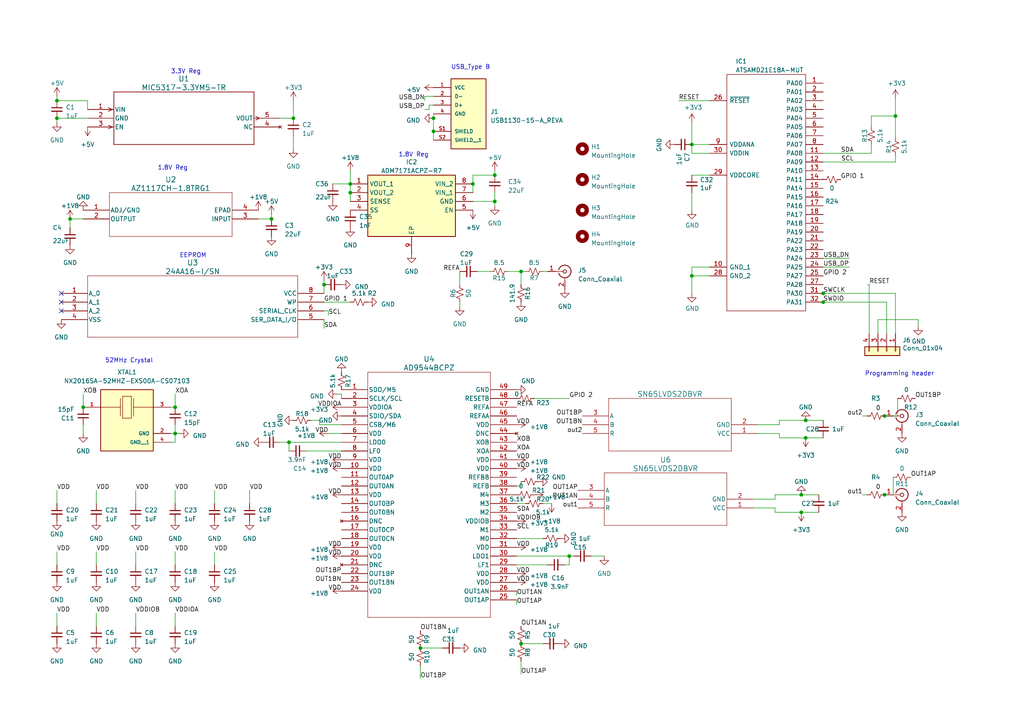
<source format=kicad_sch>
(kicad_sch (version 20230121) (generator eeschema)
  (paper "A4")
  (junction (at 85.09 34.29))
  (junction (at 151.13 78.74))
  (junction (at 50.8 125.73))
  (junction (at 125.73 38.1))
  (junction (at 125.73 34.29))
  (junction (at 101.6 53.34))
  (junction (at 151.13 186.69))
  (junction (at 50.8 118.11))
  (junction (at 143.51 58.42))
  (junction (at 78.74 63.5))
  (junction (at 256.54 120.65))
  (junction (at 256.54 143.51))
  (junction (at 93.98 82.55))
  (junction (at 233.68 121.92))
  (junction (at 24.13 118.11))
  (junction (at 200.66 80.01))
  (junction (at 232.41 143.51))
  (junction (at 16.51 34.29))
  (junction (at 137.16 53.34))
  (junction (at 143.51 50.8))
  (junction (at 232.41 148.59))
  (junction (at 101.6 55.88))
  (junction (at 165.1 161.29))
  (junction (at 200.66 41.91))
  (junction (at 259.715 33.655))
  (junction (at 16.51 29.21))
  (junction (at 238.76 87.63))
  (junction (at 121.92 187.96))
  (junction (at 233.68 127))
  (junction (at 238.76 85.09))
  (junction (at 83.82 128.27))
  (junction (at 20.32 63.5))
  (no_connect (at 17.78 90.17))
  (no_connect (at 17.78 85.09))
  (no_connect (at 17.78 87.63))
  (wire (pts (xy 50.8 125.73) (xy 49.53 125.73)))
  (wire (pts (xy 252.095 96.774) (xy 252.095 82.55)))
  (wire (pts (xy 232.41 148.59) (xy 237.49 148.59)))
  (wire (pts (xy 97.79 114.3) (xy 99.06 114.3)))
  (wire (pts (xy 224.79 148.59) (xy 232.41 148.59)))
  (wire (pts (xy 49.53 128.27) (xy 50.8 128.27)))
  (wire (pts (xy 16.51 34.29) (xy 25.4 34.29)))
  (wire (pts (xy 101.6 55.88) (xy 101.6 58.42)))
  (wire (pts (xy 52.07 125.73) (xy 50.8 125.73)))
  (wire (pts (xy 151.13 140.97) (xy 149.86 140.97)))
  (wire (pts (xy 205.74 50.8) (xy 200.66 50.8)))
  (wire (pts (xy 143.51 59.69) (xy 143.51 58.42)))
  (wire (pts (xy 257.175 96.774) (xy 257.175 87.63)))
  (wire (pts (xy 219.71 125.73) (xy 226.06 125.73)))
  (wire (pts (xy 39.37 142.24) (xy 39.37 146.05)))
  (wire (pts (xy 158.75 163.83) (xy 149.86 163.83)))
  (wire (pts (xy 85.09 43.18) (xy 85.09 39.37)))
  (wire (pts (xy 252.73 44.45) (xy 252.73 41.91)))
  (wire (pts (xy 125.73 34.29) (xy 125.73 38.1)))
  (wire (pts (xy 16.51 29.21) (xy 25.4 29.21)))
  (wire (pts (xy 50.8 142.24) (xy 50.8 146.05)))
  (wire (pts (xy 152.4 146.05) (xy 149.86 146.05)))
  (wire (pts (xy 123.19 27.94) (xy 125.73 27.94)))
  (wire (pts (xy 62.23 160.02) (xy 62.23 163.83)))
  (wire (pts (xy 137.16 53.34) (xy 137.16 55.88)))
  (wire (pts (xy 151.13 139.7) (xy 151.13 140.97)))
  (wire (pts (xy 25.4 29.21) (xy 25.4 31.75)))
  (wire (pts (xy 250.19 120.65) (xy 251.46 120.65)))
  (wire (pts (xy 16.51 27.94) (xy 16.51 29.21)))
  (wire (pts (xy 226.06 123.19) (xy 226.06 121.92)))
  (wire (pts (xy 137.16 50.8) (xy 137.16 53.34)))
  (wire (pts (xy 219.71 123.19) (xy 226.06 123.19)))
  (wire (pts (xy 133.35 87.63) (xy 133.35 88.9)))
  (wire (pts (xy 93.98 81.28) (xy 93.98 82.55)))
  (wire (pts (xy 121.92 196.85) (xy 121.92 193.04)))
  (wire (pts (xy 259.715 85.09) (xy 259.715 96.774)))
  (wire (pts (xy 123.19 31.75) (xy 124.46 31.75)))
  (wire (pts (xy 90.17 121.92) (xy 92.71 121.92)))
  (wire (pts (xy 50.8 128.27) (xy 50.8 125.73)))
  (wire (pts (xy 224.79 143.51) (xy 232.41 143.51)))
  (wire (pts (xy 88.9 130.81) (xy 99.06 130.81)))
  (wire (pts (xy 238.76 77.47) (xy 246.38 77.47)))
  (wire (pts (xy 20.32 63.5) (xy 20.32 66.04)))
  (wire (pts (xy 143.51 50.8) (xy 137.16 50.8)))
  (wire (pts (xy 200.66 80.01) (xy 200.66 85.09)))
  (wire (pts (xy 143.51 55.88) (xy 143.51 58.42)))
  (wire (pts (xy 160.02 146.05) (xy 157.48 146.05)))
  (wire (pts (xy 238.633 85.09) (xy 238.76 85.09)))
  (wire (pts (xy 151.13 78.74) (xy 152.4 78.74)))
  (wire (pts (xy 200.66 41.91) (xy 205.74 41.91)))
  (wire (pts (xy 20.32 63.5) (xy 24.13 63.5)))
  (wire (pts (xy 74.93 63.5) (xy 78.74 63.5)))
  (wire (pts (xy 226.06 121.92) (xy 233.68 121.92)))
  (wire (pts (xy 260.35 120.65) (xy 256.54 120.65)))
  (wire (pts (xy 205.74 80.01) (xy 200.66 80.01)))
  (wire (pts (xy 125.73 34.29) (xy 125.73 33.02)))
  (wire (pts (xy 250.19 143.51) (xy 251.46 143.51)))
  (wire (pts (xy 224.79 147.32) (xy 224.79 148.59)))
  (wire (pts (xy 81.28 34.29) (xy 85.09 34.29)))
  (wire (pts (xy 238.633 87.63) (xy 238.76 87.63)))
  (wire (pts (xy 92.71 123.19) (xy 99.06 123.19)))
  (wire (pts (xy 95.25 125.73) (xy 99.06 125.73)))
  (wire (pts (xy 85.09 29.21) (xy 85.09 34.29)))
  (wire (pts (xy 137.16 58.42) (xy 143.51 58.42)))
  (wire (pts (xy 133.35 82.55) (xy 133.35 78.74)))
  (wire (pts (xy 238.76 74.93) (xy 246.38 74.93)))
  (wire (pts (xy 95.25 90.17) (xy 93.98 90.17)))
  (wire (pts (xy 27.94 177.8) (xy 27.94 181.61)))
  (wire (pts (xy 101.6 49.53) (xy 101.6 53.34)))
  (wire (pts (xy 165.1 163.83) (xy 165.1 161.29)))
  (wire (pts (xy 95.25 91.44) (xy 95.25 90.17)))
  (wire (pts (xy 200.66 35.56) (xy 200.66 41.91)))
  (wire (pts (xy 125.73 38.1) (xy 125.73 40.64)))
  (wire (pts (xy 259.715 33.655) (xy 259.715 40.005)))
  (wire (pts (xy 143.51 49.53) (xy 143.51 50.8)))
  (wire (pts (xy 218.44 147.32) (xy 224.79 147.32)))
  (wire (pts (xy 93.98 95.25) (xy 93.98 92.71)))
  (wire (pts (xy 101.6 53.34) (xy 101.6 55.88)))
  (wire (pts (xy 16.51 177.8) (xy 16.51 181.61)))
  (wire (pts (xy 83.82 128.27) (xy 83.82 130.81)))
  (wire (pts (xy 260.35 115.57) (xy 260.35 120.65)))
  (wire (pts (xy 205.74 44.45) (xy 200.66 44.45)))
  (wire (pts (xy 238.76 85.09) (xy 259.715 85.09)))
  (wire (pts (xy 147.32 78.74) (xy 151.13 78.74)))
  (wire (pts (xy 259.715 46.99) (xy 259.715 45.085)))
  (wire (pts (xy 196.85 29.21) (xy 205.74 29.21)))
  (wire (pts (xy 259.08 138.43) (xy 259.08 143.51)))
  (wire (pts (xy 83.82 128.27) (xy 99.06 128.27)))
  (wire (pts (xy 238.76 87.63) (xy 257.175 87.63)))
  (wire (pts (xy 72.39 142.24) (xy 72.39 146.05)))
  (wire (pts (xy 157.48 186.69) (xy 151.13 186.69)))
  (wire (pts (xy 39.37 160.02) (xy 39.37 163.83)))
  (wire (pts (xy 50.8 114.3) (xy 50.8 118.11)))
  (wire (pts (xy 259.715 28.575) (xy 259.715 33.655)))
  (wire (pts (xy 165.1 115.57) (xy 154.94 115.57)))
  (wire (pts (xy 50.8 118.11) (xy 49.53 118.11)))
  (wire (pts (xy 175.26 161.29) (xy 171.45 161.29)))
  (wire (pts (xy 124.46 31.75) (xy 124.46 30.48)))
  (wire (pts (xy 16.51 35.56) (xy 16.51 34.29)))
  (wire (pts (xy 50.8 160.02) (xy 50.8 163.83)))
  (wire (pts (xy 218.44 144.78) (xy 224.79 144.78)))
  (wire (pts (xy 205.74 77.47) (xy 200.66 77.47)))
  (wire (pts (xy 266.319 92.71) (xy 266.319 94.615)))
  (wire (pts (xy 50.8 123.19) (xy 50.8 125.73)))
  (wire (pts (xy 149.86 161.29) (xy 165.1 161.29)))
  (wire (pts (xy 99.06 114.3) (xy 99.06 115.57)))
  (wire (pts (xy 50.8 177.8) (xy 50.8 181.61)))
  (wire (pts (xy 251.587 82.55) (xy 252.095 82.55)))
  (wire (pts (xy 238.76 46.99) (xy 259.715 46.99)))
  (wire (pts (xy 233.68 127) (xy 238.76 127)))
  (wire (pts (xy 62.23 142.24) (xy 62.23 146.05)))
  (wire (pts (xy 252.73 33.655) (xy 259.715 33.655)))
  (wire (pts (xy 128.27 187.96) (xy 121.92 187.96)))
  (wire (pts (xy 78.74 63.5) (xy 78.74 62.23)))
  (wire (pts (xy 259.08 143.51) (xy 256.54 143.51)))
  (wire (pts (xy 157.48 156.21) (xy 149.86 156.21)))
  (wire (pts (xy 232.41 143.51) (xy 237.49 143.51)))
  (wire (pts (xy 252.73 33.655) (xy 252.73 36.83)))
  (wire (pts (xy 24.13 114.3) (xy 24.13 118.11)))
  (wire (pts (xy 138.43 78.74) (xy 142.24 78.74)))
  (wire (pts (xy 124.46 30.48) (xy 125.73 30.48)))
  (wire (pts (xy 81.28 128.27) (xy 83.82 128.27)))
  (wire (pts (xy 151.13 82.55) (xy 151.13 78.74)))
  (wire (pts (xy 163.83 163.83) (xy 165.1 163.83)))
  (wire (pts (xy 93.98 82.55) (xy 93.98 85.09)))
  (wire (pts (xy 200.66 44.45) (xy 200.66 41.91)))
  (wire (pts (xy 16.51 142.24) (xy 16.51 146.05)))
  (wire (pts (xy 238.76 44.45) (xy 252.73 44.45)))
  (wire (pts (xy 96.52 53.34) (xy 101.6 53.34)))
  (wire (pts (xy 149.86 175.26) (xy 149.86 173.99)))
  (wire (pts (xy 226.06 127) (xy 233.68 127)))
  (wire (pts (xy 200.66 77.47) (xy 200.66 80.01)))
  (wire (pts (xy 27.94 160.02) (xy 27.94 163.83)))
  (wire (pts (xy 254.635 96.774) (xy 254.635 92.71)))
  (wire (pts (xy 151.13 195.58) (xy 151.13 191.77)))
  (wire (pts (xy 123.19 29.21) (xy 123.19 27.94)))
  (wire (pts (xy 93.98 87.63) (xy 101.6 87.63)))
  (wire (pts (xy 166.37 161.29) (xy 165.1 161.29)))
  (wire (pts (xy 157.48 78.74) (xy 158.75 78.74)))
  (wire (pts (xy 226.06 125.73) (xy 226.06 127)))
  (wire (pts (xy 16.51 160.02) (xy 16.51 163.83)))
  (wire (pts (xy 200.66 55.88) (xy 200.66 60.96)))
  (wire (pts (xy 39.37 177.8) (xy 39.37 181.61)))
  (wire (pts (xy 92.71 121.92) (xy 92.71 123.19)))
  (wire (pts (xy 27.94 142.24) (xy 27.94 146.05)))
  (wire (pts (xy 24.13 123.19) (xy 24.13 125.73)))
  (wire (pts (xy 254.635 92.71) (xy 266.319 92.71)))
  (wire (pts (xy 233.68 121.92) (xy 238.76 121.92)))
  (wire (pts (xy 149.86 172.72) (xy 149.86 171.45)))
  (wire (pts (xy 224.79 144.78) (xy 224.79 143.51)))
  (text "EEPROM" (at 52.07 74.93 0) (effects (font (size 1.27 1.27)) (justify left bottom)))
  (text "USB_Type B" (at 130.81 20.32 0) (effects (font (size 1.27 1.27)) (justify left bottom)))
  (text "1.8V Reg\n" (at 115.57 45.72 0) (effects (font (size 1.27 1.27)) (justify left bottom)))
  (text "Programming header\n" (at 250.825 109.22 0) (effects (font (size 1.27 1.27)) (justify left bottom)))
  (text "1.8V Reg\n" (at 45.72 49.53 0) (effects (font (size 1.27 1.27)) (justify left bottom)))
  (text "3.3V Reg\n" (at 49.53 21.59 0) (effects (font (size 1.27 1.27)) (justify left bottom)))
  (text "52MHz Crystal" (at 30.48 105.41 0) (effects (font (size 1.27 1.27)) (justify left bottom)))
  (label "REFA" (at 149.86 118.11 0))
  (label "OUT1BP" (at 121.92 196.85 0))
  (label "VDD" (at 95.25 125.73 180))
  (label "SDA" (at 93.98 95.25 0))
  (label "XOB" (at 24.13 114.3 0))
  (label "OUT1AN" (at 167.64 144.78 180))
  (label "VDD" (at 39.37 160.02 0))
  (label "VDDIOA" (at 99.06 118.11 180))
  (label "GPIO 1" (at 93.98 87.63 0))
  (label "VDD" (at 27.94 177.8 0))
  (label "USB_DN" (at 238.76 74.93 0))
  (label "VDD" (at 149.86 168.91 0))
  (label "VDD" (at 39.37 142.24 0))
  (label "VDD" (at 50.8 142.24 0))
  (label "VDD" (at 149.86 158.75 0))
  (label "VDD" (at 16.51 160.02 0))
  (label "VDD" (at 72.39 142.24 0))
  (label "RESET" (at 252.095 82.55 0))
  (label "VDD" (at 62.23 142.24 0))
  (label "GPIO 2" (at 238.76 80.01 0))
  (label "OUT1BN" (at 168.91 123.19 180))
  (label "VDD" (at 62.23 160.02 0))
  (label "XOA" (at 50.8 114.3 0))
  (label "XOB" (at 149.86 128.27 0))
  (label "VDD" (at 27.94 142.24 0))
  (label "USB_DP" (at 238.76 77.47 0))
  (label "VDD" (at 149.86 123.19 0))
  (label "OUT1BN" (at 99.06 168.91 180))
  (label "SDA" (at 149.86 148.59 0))
  (label "REFA" (at 133.35 78.74 180))
  (label "OUT1AP" (at 264.16 138.43 0))
  (label "VDD" (at 99.06 135.89 180))
  (label "VDD" (at 99.06 158.75 180))
  (label "OUT1AP" (at 167.64 142.24 180))
  (label "OUT1AN" (at 151.13 181.61 0))
  (label "VDD" (at 99.06 133.35 180))
  (label "USB_DN" (at 123.19 29.21 180))
  (label "out1" (at 167.64 147.32 180))
  (label "VDD" (at 16.51 142.24 0))
  (label "VDDIOB" (at 149.86 151.13 0))
  (label "VDD" (at 27.94 160.02 0))
  (label "VDD" (at 99.06 171.45 180))
  (label "OUT1BP" (at 265.43 115.57 0))
  (label "SCL" (at 95.25 91.44 0))
  (label "OUT1BP" (at 99.06 166.37 180))
  (label "OUT1AN" (at 149.86 172.72 0))
  (label "VDD" (at 99.06 143.51 180))
  (label "0" (at 254 142.24 0))
  (label "VDD" (at 149.86 166.37 0))
  (label "OUT1AP" (at 149.86 175.26 0))
  (label "OUT1BP" (at 168.91 120.65 180))
  (label "RESET" (at 196.85 29.21 0))
  (label "VDD" (at 149.86 133.35 0))
  (label "OUT1AP" (at 151.13 195.58 0))
  (label "GPIO 2" (at 165.1 115.57 0))
  (label "SWDIO" (at 238.76 87.63 0))
  (label "VDD" (at 50.8 160.02 0))
  (label "SWCLK" (at 238.76 85.09 0))
  (label "VDD" (at 99.06 161.29 180))
  (label "USB_DP" (at 123.19 31.75 180))
  (label "SCL" (at 149.86 153.67 0))
  (label "XOA" (at 149.86 130.81 0))
  (label "OUT1BN" (at 121.92 182.88 0))
  (label "GPIO 1" (at 243.84 52.07 0))
  (label "SCL" (at 247.65 46.99 180))
  (label "SDA" (at 247.65 44.45 180))
  (label "out2" (at 168.91 125.73 180))
  (label "VDD" (at 149.86 135.89 0))
  (label "0" (at 254 119.38 0))
  (label "out2" (at 250.19 120.65 180))
  (label "VDDIOB" (at 39.37 177.8 0))
  (label "VDD" (at 16.51 177.8 0))
  (label "VDDIOA" (at 50.8 177.8 0))
  (label "out1" (at 250.19 143.51 180))
  (symbol (lib_id "Device:C_Small") (at 237.49 146.05 0) (unit 1)
    (property "Reference" "C27" (at 232.41 146.05 0) (effects (justify left)))
    (property "Value" "1uF" (at 240.03 146.05 0) (effects (justify left)))
    (property "Footprint" "Capacitor_SMD:C_0402_1005Metric" (effects hide))
  )
  (symbol (lib_id "Mechanical:MountingHole") (at 168.91 68.58 0) (unit 1)
    (property "Reference" "H4" (at 171.45 67.945 0) (effects (justify left)))
    (property "Value" "MountingHole" (at 171.45 70.485 0) (effects (justify left)))
    (property "Footprint" "MountingHole:MountingHole_2.5mm" (effects hide))
  )
  (symbol (lib_id "Mechanical:MountingHole") (at 168.91 43.18 0) (unit 1)
    (property "Reference" "H1" (at 171.45 42.545 0) (effects (justify left)))
    (property "Value" "MountingHole" (at 171.45 45.085 0) (effects (justify left)))
    (property "Footprint" "MountingHole:MountingHole_2.5mm" (effects hide))
  )
  (symbol (lib_id "Device:R_Small_US") (at 151.13 189.23 180) (unit 1)
    (property "Reference" "R8" (at 153.035 189.23 90))
    (property "Value" "50" (at 148.59 189.23 90))
    (property "Footprint" "Resistor_SMD:R_0402_1005Metric" (effects hide))
  )
  (symbol (lib_id "Device:R_Small_US") (at 151.13 184.15 180) (unit 1)
    (property "Reference" "R5" (at 153.035 184.15 90))
    (property "Value" "50" (at 148.59 184.15 90))
    (property "Footprint" "Resistor_SMD:R_0402_1005Metric" (effects hide))
  )
  (symbol (lib_name "C_Small_2") (lib_id "Device:C_Small") (at 50.8 166.37 0) (unit 1)
    (property "Reference" "C18" (at 53.34 165.7413 0) (effects (justify left)))
    (property "Value" "1uF" (at 53.34 168.2813 0) (effects (justify left)))
    (property "Footprint" "Capacitor_SMD:C_0402_1005Metric" (effects hide))
  )
  (symbol (lib_name "GND_9") (lib_id "power:GND") (at 162.56 156.21 90) (unit 1)
    (property "Reference" "#PWR073" (effects hide))
    (property "Value" "GND" (at 166.37 156.21 0))
  )
  (symbol (lib_name "C_Small_2") (lib_id "Device:C_Small") (at 39.37 148.59 0) (unit 1)
    (property "Reference" "C22" (at 41.91 147.9613 0) (effects (justify left)))
    (property "Value" "1uF" (at 41.91 150.5013 0) (effects (justify left)))
    (property "Footprint" "Capacitor_SMD:C_0402_1005Metric" (effects hide))
  )
  (symbol (lib_id "power:+3V3") (at 259.715 28.575 0) (unit 1)
    (property "Reference" "#PWR066" (effects hide))
    (property "Value" "+3V3" (at 260.096 24.1808 0))
  )
  (symbol (lib_id "AZ1117CH-1.8TRG1:AZ1117CH-1.8TRG1") (at 24.13 60.96 0) (unit 1)
    (property "Reference" "U2" (at 49.53 52.07 0) (effects (font (size 1.524 1.524))))
    (property "Value" "AZ1117CH-1.8TRG1" (at 49.53 54.61 0) (effects (font (size 1.524 1.524))))
    (property "Footprint" "AZ1117CH-1.8TRG1:SOT-223_DIO" (effects hide))
    (property "Datasheet" "AZ1117CH-1.8TRG1" (effects hide))
  )
  (symbol (lib_name "GND_3") (lib_id "power:GND") (at 149.86 113.03 90) (unit 1)
    (property "Reference" "#PWR07" (effects hide))
    (property "Value" "GND" (at 151.13 110.49 90) (effects (justify right)))
  )
  (symbol (lib_name "GND_2") (lib_id "power:GND") (at 62.23 168.91 0) (unit 1)
    (property "Reference" "#PWR032" (effects hide))
    (property "Value" "GND" (at 62.23 173.99 0))
  )
  (symbol (lib_id "power:+1V8") (at 149.86 133.35 270) (unit 1)
    (property "Reference" "#PWR055" (effects hide))
    (property "Value" "+1V8" (at 153.67 133.985 90) (effects (justify left)))
  )
  (symbol (lib_id "52Mhz_crystal:NX2016SA-52MHZ-EXS00A-CS07103") (at 36.83 120.65 0) (unit 1)
    (property "Reference" "XTAL1" (at 36.83 107.95 0))
    (property "Value" "NX2016SA-52MHZ-EXS00A-CS07103" (at 36.83 110.49 0))
    (property "Footprint" "Crystal:OSCCC200X160X50N" (effects hide))
    (property "PARTREV" "N/A" (effects hide))
    (property "STANDARD" "IPC-7351B" (effects hide))
    (property "MANUFACTURER" "NDK" (effects hide))
  )
  (symbol (lib_name "C_Small_2") (lib_id "Device:C_Small") (at 130.81 187.96 90) (unit 1)
    (property "Reference" "C31" (at 132.08 185.42 90) (effects (justify left)))
    (property "Value" "1uF" (at 133.35 182.88 90) (effects (justify left)))
    (property "Footprint" "Capacitor_SMD:C_0402_1005Metric" (effects hide))
  )
  (symbol (lib_name "GND_5") (lib_id "power:GND") (at 101.6 66.04 0) (unit 1)
    (property "Reference" "#PWR081" (effects hide))
    (property "Value" "GND" (at 101.6 71.12 0))
  )
  (symbol (lib_id "Mechanical:MountingHole") (at 168.91 52.07 0) (unit 1)
    (property "Reference" "H2" (at 171.45 51.435 0) (effects (justify left)))
    (property "Value" "MountingHole" (at 171.45 53.975 0) (effects (justify left)))
    (property "Footprint" "MountingHole:MountingHole_2.5mm" (effects hide))
  )
  (symbol (lib_id "power:+1V8") (at 74.93 60.96 0) (unit 1)
    (property "Reference" "#PWR084" (effects hide))
    (property "Value" "+1V8" (at 74.93 57.15 0))
  )
  (symbol (lib_name "C_Small_2") (lib_id "Device:C_Small") (at 135.89 78.74 270) (unit 1)
    (property "Reference" "C29" (at 133.35 73.66 90) (effects (justify left)))
    (property "Value" "1uF" (at 133.35 76.2 90) (effects (justify left)))
    (property "Footprint" "Capacitor_SMD:C_0402_1005Metric" (effects hide))
  )
  (symbol (lib_id "Device:R_Small_US") (at 154.94 146.05 270) (unit 1)
    (property "Reference" "R20" (at 157.48 144.78 90))
    (property "Value" "5.1k" (at 157.48 148.59 90))
    (property "Footprint" "Resistor_SMD:R_0402_1005Metric" (effects hide))
  )
  (symbol (lib_name "+5V_1") (lib_id "power:+5V") (at 125.73 25.4 90) (unit 1)
    (property "Reference" "#PWR01" (effects hide))
    (property "Value" "+5V" (at 121.92 26.035 90) (effects (justify left)))
  )
  (symbol (lib_name "C_Small_2") (lib_id "Device:C_Small") (at 62.23 148.59 0) (unit 1)
    (property "Reference" "C24" (at 64.77 147.9613 0) (effects (justify left)))
    (property "Value" "1uF" (at 64.77 150.5013 0) (effects (justify left)))
    (property "Footprint" "Capacitor_SMD:C_0402_1005Metric" (effects hide))
  )
  (symbol (lib_id "Connector:Conn_Coaxial") (at 261.62 143.51 0) (unit 1)
    (property "Reference" "J4" (at 265.43 143.1682 0) (effects (justify left)))
    (property "Value" "Conn_Coaxial" (at 265.43 145.7082 0) (effects (justify left)))
    (property "Footprint" "Connector_Coaxial:SMA_Amphenol_901-144_Vertical" (effects hide))
    (property "Datasheet" " ~" (effects hide))
  )
  (symbol (lib_id "Device:R_Small_US") (at 121.92 190.5 180) (unit 1)
    (property "Reference" "R10" (at 123.825 190.5 90))
    (property "Value" "50" (at 119.38 190.5 90))
    (property "Footprint" "Resistor_SMD:R_0402_1005Metric" (effects hide))
  )
  (symbol (lib_id "power:+1V8") (at 99.06 161.29 90) (unit 1)
    (property "Reference" "#PWR049" (effects hide))
    (property "Value" "+1V8" (at 95.25 161.925 90) (effects (justify left)))
  )
  (symbol (lib_name "GND_2") (lib_id "power:GND") (at 62.23 151.13 0) (unit 1)
    (property "Reference" "#PWR031" (effects hide))
    (property "Value" "GND" (at 62.23 156.21 0))
  )
  (symbol (lib_id "3.3vReg:MIC5317-3.3YM5-TR") (at 25.4 31.75 0) (unit 1)
    (property "Reference" "U1" (at 53.34 22.86 0) (effects (font (size 1.524 1.524))))
    (property "Value" "MIC5317-3.3YM5-TR" (at 53.34 25.4 0) (effects (font (size 1.524 1.524))))
    (property "Footprint" "3.3vReg:SOT-23-5_M5_MCH" (effects hide))
    (property "Datasheet" "MIC5317-3.3YM5-TR" (effects hide))
  )
  (symbol (lib_name "C_Small_3") (lib_id "Device:C_Small") (at 143.51 53.34 0) (unit 1)
    (property "Reference" "C34" (at 147.32 52.705 0) (effects (justify left)))
    (property "Value" "22uF" (at 147.32 55.245 0) (effects (justify left)))
    (property "Footprint" "Capacitor_SMD:C_0603_1608Metric" (effects hide))
  )
  (symbol (lib_name "GND_7") (lib_id "power:GND") (at 106.68 87.63 90) (unit 1)
    (property "Reference" "#PWR017" (effects hide))
    (property "Value" "GND" (at 110.49 88.265 90) (effects (justify right)))
  )
  (symbol (lib_id "Device:R_Small_US") (at 154.94 78.74 90) (unit 1)
    (property "Reference" "R7" (at 154.94 80.645 90))
    (property "Value" "8.5" (at 154.94 76.2 90))
    (property "Footprint" "Resistor_SMD:R_0402_1005Metric" (effects hide))
  )
  (symbol (lib_name "GND_5") (lib_id "power:GND") (at 143.51 59.69 0) (unit 1)
    (property "Reference" "#PWR078" (effects hide))
    (property "Value" "GND" (at 143.51 64.77 0))
  )
  (symbol (lib_id "power:+1V8") (at 149.86 158.75 270) (unit 1)
    (property "Reference" "#PWR053" (effects hide))
    (property "Value" "+1V8" (at 153.67 159.385 90) (effects (justify left)))
  )
  (symbol (lib_name "C_Small_3") (lib_id "Device:C_Small") (at 20.32 68.58 0) (unit 1)
    (property "Reference" "C4" (at 15.24 66.04 0) (effects (justify left)))
    (property "Value" "22uF" (at 15.24 69.85 0) (effects (justify left)))
    (property "Footprint" "Capacitor_SMD:C_0603_1608Metric" (effects hide))
  )
  (symbol (lib_name "GND_5") (lib_id "power:GND") (at 85.09 43.18 0) (unit 1)
    (property "Reference" "#PWR010" (effects hide))
    (property "Value" "GND" (at 85.09 48.26 0))
  )
  (symbol (lib_name "C_Small_2") (lib_id "Device:C_Small") (at 27.94 148.59 0) (unit 1)
    (property "Reference" "C21" (at 30.48 147.9613 0) (effects (justify left)))
    (property "Value" "1uF" (at 30.48 150.5013 0) (effects (justify left)))
    (property "Footprint" "Capacitor_SMD:C_0402_1005Metric" (effects hide))
  )
  (symbol (lib_id "Connector_Generic:Conn_01x04") (at 257.175 101.854 270) (unit 1)
    (property "Reference" "J6" (at 261.7471 98.6726 90) (effects (justify left)))
    (property "Value" "Conn_01x04" (at 261.7471 100.9713 90) (effects (justify left)))
    (property "Footprint" "Connector_PinHeader_2.54mm:PinHeader_1x04_P2.54mm_Vertical_SMD_Pin1Left" (effects hide))
  )
  (symbol (lib_name "C_Small_1") (lib_id "Device:C_Small") (at 16.51 31.75 0) (unit 1)
    (property "Reference" "C1" (at 19.05 31.1213 0) (effects (justify left)))
    (property "Value" "1uF" (at 19.05 33.6613 0) (effects (justify left)))
    (property "Footprint" "Capacitor_SMD:C_0402_1005Metric" (effects hide))
  )
  (symbol (lib_id "Device:R_Small_US") (at 99.06 110.49 180) (unit 1)
    (property "Reference" "R17" (at 100.965 110.49 90))
    (property "Value" "5.1k" (at 96.52 110.49 90))
    (property "Footprint" "Resistor_SMD:R_0402_1005Metric" (effects hide))
  )
  (symbol (lib_name "GND_2") (lib_id "power:GND") (at 16.51 168.91 0) (unit 1)
    (property "Reference" "#PWR022" (effects hide))
    (property "Value" "GND" (at 16.51 173.99 0))
  )
  (symbol (lib_id "power:GND") (at 200.66 60.96 0) (unit 1)
    (property "Reference" "#PWR064" (effects hide))
    (property "Value" "GND" (at 200.787 65.3542 0))
  )
  (symbol (lib_id "Device:R_Small_US") (at 133.35 85.09 0) (unit 1)
    (property "Reference" "R6" (at 131.445 85.09 90))
    (property "Value" "50" (at 135.89 85.09 90))
    (property "Footprint" "Resistor_SMD:R_0402_1005Metric" (effects hide))
  )
  (symbol (lib_name "GND_2") (lib_id "power:GND") (at 50.8 168.91 0) (unit 1)
    (property "Reference" "#PWR025" (effects hide))
    (property "Value" "GND" (at 50.8 173.99 0))
  )
  (symbol (lib_name "C_Small_2") (lib_id "Device:C_Small") (at 62.23 166.37 0) (unit 1)
    (property "Reference" "C25" (at 64.77 165.7413 0) (effects (justify left)))
    (property "Value" "1uF" (at 64.77 168.2813 0) (effects (justify left)))
    (property "Footprint" "Capacitor_SMD:C_0402_1005Metric" (effects hide))
  )
  (symbol (lib_name "GND_9") (lib_id "power:GND") (at 85.09 121.92 270) (unit 1)
    (property "Reference" "#PWR072" (effects hide))
    (property "Value" "GND" (at 81.28 121.92 0))
  )
  (symbol (lib_id "power:+1V8") (at 149.86 168.91 270) (unit 1)
    (property "Reference" "#PWR051" (effects hide))
    (property "Value" "+1V8" (at 153.67 169.545 90) (effects (justify left)))
  )
  (symbol (lib_name "+3V3_2") (lib_id "power:+3V3") (at 149.86 151.13 270) (unit 1)
    (property "Reference" "#PWR057" (effects hide))
    (property "Value" "+3V3" (at 153.67 151.765 90) (effects (justify left)))
  )
  (symbol (lib_name "GND_2") (lib_id "power:GND") (at 27.94 186.69 0) (unit 1)
    (property "Reference" "#PWR013" (effects hide))
    (property "Value" "GND" (at 27.94 191.77 0))
  )
  (symbol (lib_name "+3V3_3") (lib_id "power:+3V3") (at 233.68 127 180) (unit 1)
    (property "Reference" "#PWR036" (effects hide))
    (property "Value" "+3V3" (at 233.68 132.08 0))
  )
  (symbol (lib_id "Device:R_Small_US") (at 160.02 156.21 90) (unit 1)
    (property "Reference" "R19" (at 160.02 158.115 90))
    (property "Value" "5.1k" (at 160.02 153.67 90))
    (property "Footprint" "Resistor_SMD:R_0402_1005Metric" (effects hide))
  )
  (symbol (lib_name "C_Small_2") (lib_id "Device:C_Small") (at 50.8 120.65 0) (unit 1)
    (property "Reference" "C12" (at 53.34 120.0213 0) (effects (justify left)))
    (property "Value" "15pF" (at 53.34 122.5613 0) (effects (justify left)))
    (property "Footprint" "Capacitor_SMD:C_0402_1005Metric" (effects hide))
  )
  (symbol (lib_id "IC_receiver:SN65LVDS2DBVR") (at 219.71 125.73 180) (unit 1)
    (property "Reference" "U5" (effects hide))
    (property "Value" "SN65LVDS2DBVR" (at 194.31 114.3 0) (effects (font (size 1.524 1.524))))
    (property "Footprint" "IC_receiver:DBV5" (effects hide))
    (property "Datasheet" "SN65LVDS2DBVR" (effects hide))
  )
  (symbol (lib_name "C_Small_3") (lib_id "Device:C_Small") (at 96.52 55.88 0) (unit 1)
    (property "Reference" "C36" (at 91.44 53.34 0) (effects (justify left)))
    (property "Value" "22uF" (at 91.44 57.15 0) (effects (justify left)))
    (property "Footprint" "Capacitor_SMD:C_0603_1608Metric" (effects hide))
  )
  (symbol (lib_id "power:+1V8") (at 149.86 123.19 270) (unit 1)
    (property "Reference" "#PWR056" (effects hide))
    (property "Value" "+1V8" (at 153.67 123.825 90) (effects (justify left)))
  )
  (symbol (lib_id "power:+3V3") (at 200.66 35.56 0) (unit 1)
    (property "Reference" "#PWR063" (effects hide))
    (property "Value" "+3V3" (at 201.041 31.1658 0))
  )
  (symbol (lib_id "eeprom:24AA16-I_SN") (at 17.78 85.09 0) (unit 1)
    (property "Reference" "U3" (at 55.88 76.2 0) (effects (font (size 1.524 1.524))))
    (property "Value" "24AA16-I/SN" (at 55.88 78.74 0) (effects (font (size 1.524 1.524))))
    (property "Footprint" "eeprom:SOIC8-N_MC_MCH" (effects hide))
    (property "Datasheet" "24AA16-I/SN" (effects hide))
  )
  (symbol (lib_name "C_Small_2") (lib_id "Device:C_Small") (at 39.37 166.37 0) (unit 1)
    (property "Reference" "C17" (at 41.91 165.7413 0) (effects (justify left)))
    (property "Value" "1uF" (at 41.91 168.2813 0) (effects (justify left)))
    (property "Footprint" "Capacitor_SMD:C_0402_1005Metric" (effects hide))
  )
  (symbol (lib_name "C_Small_2") (lib_id "Device:C_Small") (at 27.94 184.15 0) (unit 1)
    (property "Reference" "C6" (at 30.48 183.5213 0) (effects (justify left)))
    (property "Value" "1uF" (at 30.48 186.0613 0) (effects (justify left)))
    (property "Footprint" "Capacitor_SMD:C_0402_1005Metric" (effects hide))
  )
  (symbol (lib_id "Device:R_Small_US") (at 152.4 115.57 270) (unit 1)
    (property "Reference" "R23" (at 157.48 116.84 90))
    (property "Value" "0" (at 149.86 114.3 90))
    (property "Footprint" "Resistor_SMD:R_0402_1005Metric" (effects hide))
  )
  (symbol (lib_name "GND_8") (lib_id "power:GND") (at 52.07 125.73 90) (unit 1)
    (property "Reference" "#PWR018" (effects hide))
    (property "Value" "GND" (at 55.88 126.365 90) (effects (justify right)))
  )
  (symbol (lib_id "Device:R_Small_US") (at 121.92 185.42 180) (unit 1)
    (property "Reference" "R9" (at 123.825 185.42 90))
    (property "Value" "50" (at 119.38 185.42 90))
    (property "Footprint" "Resistor_SMD:R_0402_1005Metric" (effects hide))
  )
  (symbol (lib_name "C_Small_2") (lib_id "Device:C_Small") (at 160.02 186.69 90) (unit 1)
    (property "Reference" "C30" (at 161.29 184.15 90) (effects (justify left)))
    (property "Value" "1uF" (at 162.56 181.61 90) (effects (justify left)))
    (property "Footprint" "Capacitor_SMD:C_0402_1005Metric" (effects hide))
  )
  (symbol (lib_id "power:GND") (at 133.35 88.9 0) (unit 1)
    (property "Reference" "#PWR060" (effects hide))
    (property "Value" "GND" (at 133.35 93.98 0))
  )
  (symbol (lib_name "GND_1") (lib_id "power:GND") (at 125.73 34.29 270) (unit 1)
    (property "Reference" "#PWR02" (effects hide))
    (property "Value" "GND" (at 121.92 34.925 90) (effects (justify right)))
  )
  (symbol (lib_name "GND_8") (lib_id "power:GND") (at 133.35 187.96 90) (unit 1)
    (property "Reference" "#PWR062" (effects hide))
    (property "Value" "GND" (at 137.16 188.595 90) (effects (justify right)))
  )
  (symbol (lib_name "GND_5") (lib_id "power:GND") (at 24.13 60.96 180) (unit 1)
    (property "Reference" "#PWR09" (effects hide))
    (property "Value" "GND" (at 24.13 57.15 0))
  )
  (symbol (lib_id "Device:R_Small_US") (at 87.63 121.92 270) (unit 1)
    (property "Reference" "R18" (at 87.63 120.015 90))
    (property "Value" "5.1k" (at 87.63 124.46 90))
    (property "Footprint" "Resistor_SMD:R_0402_1005Metric" (effects hide))
  )
  (symbol (lib_name "C_Small_2") (lib_id "Device:C_Small") (at 16.51 184.15 0) (unit 1)
    (property "Reference" "C5" (at 19.05 183.5213 0) (effects (justify left)))
    (property "Value" "1uF" (at 19.05 186.0613 0) (effects (justify left)))
    (property "Footprint" "Capacitor_SMD:C_0402_1005Metric" (effects hide))
  )
  (symbol (lib_id "power:+1V8") (at 99.06 133.35 90) (unit 1)
    (property "Reference" "#PWR045" (effects hide))
    (property "Value" "+1V8" (at 95.25 133.985 90) (effects (justify left)))
  )
  (symbol (lib_id "power:+1V8") (at 149.86 135.89 270) (unit 1)
    (property "Reference" "#PWR054" (effects hide))
    (property "Value" "+1V8" (at 153.67 136.525 90) (effects (justify left)))
  )
  (symbol (lib_id "power:GND") (at 233.68 121.92 180) (unit 1)
    (property "Reference" "#PWR035" (effects hide))
    (property "Value" "GND" (at 233.68 118.11 0))
  )
  (symbol (lib_id "Mechanical:MountingHole") (at 168.91 60.96 0) (unit 1)
    (property "Reference" "H3" (at 171.45 60.325 0) (effects (justify left)))
    (property "Value" "MountingHole" (at 171.45 62.865 0) (effects (justify left)))
    (property "Footprint" "MountingHole:MountingHole_2.5mm" (effects hide))
  )
  (symbol (lib_id "Device:C_Small") (at 200.66 53.34 0) (unit 1)
    (property "Reference" "C32" (at 202.9968 52.1716 0) (effects (justify left)))
    (property "Value" "1uF" (at 202.9968 54.483 0) (effects (justify left)))
    (property "Footprint" "Capacitor_SMD:C_0402_1005Metric" (effects hide))
  )
  (symbol (lib_name "C_Small_2") (lib_id "Device:C_Small") (at 86.36 130.81 90) (unit 1)
    (property "Reference" "C14" (at 88.9 135.89 90) (effects (justify left)))
    (property "Value" "3.9nF" (at 88.9 133.35 90) (effects (justify left)))
    (property "Footprint" "Capacitor_SMD:C_0402_1005Metric" (effects hide))
  )
  (symbol (lib_id "power:+1V8") (at 101.6 49.53 0) (unit 1)
    (property "Reference" "#PWR082" (effects hide))
    (property "Value" "+1V8" (at 101.6 45.72 0))
  )
  (symbol (lib_name "C_Small_2") (lib_id "Device:C_Small") (at 50.8 184.15 0) (unit 1)
    (property "Reference" "C19" (at 53.34 183.5213 0) (effects (justify left)))
    (property "Value" "1uF" (at 53.34 186.0613 0) (effects (justify left)))
    (property "Footprint" "Capacitor_SMD:C_0402_1005Metric" (effects hide))
  )
  (symbol (lib_name "+3V3_1") (lib_id "power:+3V3") (at 85.09 29.21 0) (unit 1)
    (property "Reference" "#PWR041" (effects hide))
    (property "Value" "+3V3" (at 85.09 25.4 0))
  )
  (symbol (lib_name "+5V_5") (lib_id "power:+5V") (at 25.4 36.83 180) (unit 1)
    (property "Reference" "#PWR08" (effects hide))
    (property "Value" "+5V" (at 25.4 41.91 0))
  )
  (symbol (lib_id "power:+1V8") (at 99.06 171.45 90) (unit 1)
    (property "Reference" "#PWR050" (effects hide))
    (property "Value" "+1V8" (at 95.25 172.085 90) (effects (justify left)))
  )
  (symbol (lib_name "R_Small_US_1") (lib_id "Device:R_Small_US") (at 104.14 87.63 90) (unit 1)
    (property "Reference" "R2" (at 107.95 85.09 90))
    (property "Value" "5.1k" (at 104.14 85.09 90))
    (property "Footprint" "Resistor_SMD:R_0402_1005Metric" (effects hide))
  )
  (symbol (lib_id "power:GND") (at 261.62 148.59 0) (unit 1)
    (property "Reference" "#PWR040" (effects hide))
    (property "Value" "GND" (at 261.62 153.67 0))
  )
  (symbol (lib_id "power:GND") (at 200.66 85.09 0) (unit 1)
    (property "Reference" "#PWR065" (effects hide))
    (property "Value" "GND" (at 200.787 89.4842 0))
  )
  (symbol (lib_name "GND_2") (lib_id "power:GND") (at 72.39 151.13 0) (unit 1)
    (property "Reference" "#PWR059" (effects hide))
    (property "Value" "GND" (at 72.39 156.21 0))
  )
  (symbol (lib_id "Device:R_Small_US") (at 262.89 115.57 90) (unit 1)
    (property "Reference" "R12" (at 264.16 118.11 90))
    (property "Value" "0" (at 262.89 113.03 90))
    (property "Footprint" "Resistor_SMD:R_0402_1005Metric" (effects hide))
  )
  (symbol (lib_name "C_Small_1") (lib_id "Device:C_Small") (at 96.52 82.55 90) (unit 1)
    (property "Reference" "C33" (at 100.33 78.74 90))
    (property "Value" "1uF" (at 96.5263 80.01 90))
    (property "Footprint" "Capacitor_SMD:C_0402_1005Metric" (effects hide))
  )
  (symbol (lib_name "C_Small_2") (lib_id "Device:C_Small") (at 72.39 148.59 0) (unit 1)
    (property "Reference" "C28" (at 74.93 147.9613 0) (effects (justify left)))
    (property "Value" "1uF" (at 74.93 150.5013 0) (effects (justify left)))
    (property "Footprint" "Capacitor_SMD:C_0402_1005Metric" (effects hide))
  )
  (symbol (lib_name "GND_8") (lib_id "power:GND") (at 76.2 128.27 270) (unit 1)
    (property "Reference" "#PWR020" (effects hide))
    (property "Value" "GND" (at 72.39 128.905 90) (effects (justify right)))
  )
  (symbol (lib_name "+3V3_3") (lib_id "power:+3V3") (at 232.41 148.59 180) (unit 1)
    (property "Reference" "#PWR039" (effects hide))
    (property "Value" "+3V3" (at 232.41 153.67 0))
  )
  (symbol (lib_id "power:+1V8") (at 160.02 146.05 180) (unit 1)
    (property "Reference" "#PWR074" (effects hide))
    (property "Value" "+1V8" (at 160.02 151.13 0))
  )
  (symbol (lib_id "power:GND") (at 163.83 83.82 0) (unit 1)
    (property "Reference" "#PWR058" (effects hide))
    (property "Value" "GND" (at 163.83 88.9 0))
  )
  (symbol (lib_id "Connector:Conn_Coaxial") (at 163.83 78.74 0) (unit 1)
    (property "Reference" "J5" (at 167.64 78.3982 0) (effects (justify left)))
    (property "Value" "Conn_Coaxial" (at 167.64 80.9382 0) (effects (justify left)))
    (property "Footprint" "Connector_Coaxial:SMA_Amphenol_901-144_Vertical" (effects hide))
    (property "Datasheet" " ~" (effects hide))
  )
  (symbol (lib_id "IC_receiver:SN65LVDS2DBVR") (at 218.44 147.32 180) (unit 1)
    (property "Reference" "U6" (at 193.04 133.35 0) (effects (font (size 1.524 1.524))))
    (property "Value" "SN65LVDS2DBVR" (at 193.04 135.89 0) (effects (font (size 1.524 1.524))))
    (property "Footprint" "IC_receiver:DBV5" (effects hide))
    (property "Datasheet" "SN65LVDS2DBVR" (effects hide))
  )
  (symbol (lib_name "GND_2") (lib_id "power:GND") (at 50.8 151.13 0) (unit 1)
    (property "Reference" "#PWR030" (effects hide))
    (property "Value" "GND" (at 50.8 156.21 0))
  )
  (symbol (lib_id "power:+5V") (at 78.74 62.23 0) (unit 1)
    (property "Reference" "#PWR04" (effects hide))
    (property "Value" "+5V" (at 78.74 58.42 0))
  )
  (symbol (lib_name "GND_3") (lib_id "power:GND") (at 156.21 139.7 90) (unit 1)
    (property "Reference" "#PWR076" (effects hide))
    (property "Value" "GND" (at 160.02 138.43 90) (effects (justify right)))
  )
  (symbol (lib_id "power:GND") (at 232.41 143.51 180) (unit 1)
    (property "Reference" "#PWR038" (effects hide))
    (property "Value" "GND" (at 232.41 139.7 0))
  )
  (symbol (lib_id "Device:R_Small_US") (at 144.78 78.74 90) (unit 1)
    (property "Reference" "R15" (at 144.78 80.645 90))
    (property "Value" "8.5" (at 144.78 76.2 90))
    (property "Footprint" "Resistor_SMD:R_0402_1005Metric" (effects hide))
  )
  (symbol (lib_name "GND_2") (lib_id "power:GND") (at 39.37 186.69 0) (unit 1)
    (property "Reference" "#PWR014" (effects hide))
    (property "Value" "GND" (at 39.37 191.77 0))
  )
  (symbol (lib_id "Device:R_Small_US") (at 261.62 138.43 90) (unit 1)
    (property "Reference" "R11" (at 261.62 140.335 90))
    (property "Value" "0" (at 261.62 135.89 90))
    (property "Footprint" "Resistor_SMD:R_0402_1005Metric" (effects hide))
  )
  (symbol (lib_name "R_Small_US_1") (lib_id "Device:R_Small_US") (at 241.3 52.07 270) (unit 1)
    (property "Reference" "R24" (at 241.3 58.42 90))
    (property "Value" "0" (at 241.3 54.61 90))
    (property "Footprint" "Resistor_SMD:R_0402_1005Metric" (effects hide))
  )
  (symbol (lib_name "GND_9") (lib_id "power:GND") (at 99.06 120.65 270) (unit 1)
    (property "Reference" "#PWR034" (effects hide))
    (property "Value" "GND" (at 96.52 121.92 90) (effects (justify right)))
  )
  (symbol (lib_id "Device:R_Small_US") (at 254 143.51 270) (unit 1)
    (property "Reference" "R4" (at 254 138.43 90))
    (property "Value" "R_Small_US" (effects hide))
    (property "Footprint" "Resistor_SMD:R_0402_1005Metric" (effects hide))
  )
  (symbol (lib_id "power:GND") (at 266.319 94.615 0) (unit 1)
    (property "Reference" "#PWR067" (effects hide))
    (property "Value" "GND" (at 266.446 99.0092 0))
  )
  (symbol (lib_id "Device:C_Small") (at 198.12 41.91 270) (unit 1)
    (property "Reference" "C7" (at 199.2884 44.2468 0) (effects (justify left)))
    (property "Value" "1uF" (at 196.977 44.2468 0) (effects (justify left)))
    (property "Footprint" "Capacitor_SMD:C_0402_1005Metric" (effects hide))
  )
  (symbol (lib_name "C_Small_1") (lib_id "Device:C_Small") (at 101.6 63.5 180) (unit 1)
    (property "Reference" "C35" (at 104.14 62.8586 0) (effects (justify right)))
    (property "Value" "1nF" (at 104.14 65.3986 0) (effects (justify right)))
    (property "Footprint" "Capacitor_SMD:C_0402_1005Metric" (effects hide))
  )
  (symbol (lib_id "power:GND") (at 195.58 41.91 270) (unit 1)
    (property "Reference" "#PWR068" (effects hide))
    (property "Value" "GND" (at 191.1858 42.037 0))
  )
  (symbol (lib_name "C_Small_2") (lib_id "Device:C_Small") (at 78.74 128.27 270) (unit 1)
    (property "Reference" "C13" (at 76.2 123.19 90) (effects (justify left)))
    (property "Value" "1uF" (at 76.2 125.73 90) (effects (justify left)))
    (property "Footprint" "Capacitor_SMD:C_0402_1005Metric" (effects hide))
  )
  (symbol (lib_name "GND_2") (lib_id "power:GND") (at 39.37 168.91 0) (unit 1)
    (property "Reference" "#PWR024" (effects hide))
    (property "Value" "GND" (at 39.37 173.99 0))
  )
  (symbol (lib_id "power:+1V8") (at 154.94 143.51 270) (unit 1)
    (property "Reference" "#PWR075" (effects hide))
    (property "Value" "+1V8" (at 158.75 144.145 90) (effects (justify left)))
  )
  (symbol (lib_name "+3V3_2") (lib_id "power:+3V3") (at 99.06 118.11 90) (unit 1)
    (property "Reference" "#PWR043" (effects hide))
    (property "Value" "+3V3" (at 95.25 118.745 90) (effects (justify left)))
  )
  (symbol (lib_name "GND_4") (lib_id "power:GND") (at 16.51 35.56 0) (unit 1)
    (property "Reference" "#PWR05" (effects hide))
    (property "Value" "GND" (at 16.51 40.64 0))
  )
  (symbol (lib_name "C_Small_2") (lib_id "Device:C_Small") (at 16.51 166.37 0) (unit 1)
    (property "Reference" "C9" (at 19.05 165.7413 0) (effects (justify left)))
    (property "Value" "1uF" (at 19.05 168.2813 0) (effects (justify left)))
    (property "Footprint" "Capacitor_SMD:C_0402_1005Metric" (effects hide))
  )
  (symbol (lib_name "GND_6") (lib_id "power:GND") (at 17.78 92.71 0) (unit 1)
    (property "Reference" "#PWR015" (effects hide))
    (property "Value" "GND" (at 17.78 97.79 0))
  )
  (symbol (lib_name "GND_2") (lib_id "power:GND") (at 27.94 168.91 0) (unit 1)
    (property "Reference" "#PWR023" (effects hide))
    (property "Value" "GND" (at 27.94 173.99 0))
  )
  (symbol (lib_id "power:+1V8") (at 20.32 63.5 0) (unit 1)
    (property "Reference" "#PWR042" (effects hide))
    (property "Value" "+1V8" (at 20.32 59.69 0))
  )
  (symbol (lib_name "C_Small_2") (lib_id "Device:C_Small") (at 168.91 161.29 90) (unit 1)
    (property "Reference" "C15" (at 170.18 158.75 90) (effects (justify left)))
    (property "Value" "1uF" (at 171.45 156.21 90) (effects (justify left)))
    (property "Footprint" "Capacitor_SMD:C_0402_1005Metric" (effects hide))
  )
  (symbol (lib_id "power:GND") (at 151.13 87.63 0) (unit 1)
    (property "Reference" "#PWR070" (effects hide))
    (property "Value" "GND" (at 151.13 92.71 0))
  )
  (symbol (lib_id "power:+1V8") (at 99.06 143.51 90) (unit 1)
    (property "Reference" "#PWR047" (effects hide))
    (property "Value" "+1V8" (at 95.25 144.145 90) (effects (justify left)))
  )
  (symbol (lib_id "power:+5V") (at 137.16 60.96 180) (unit 1)
    (property "Reference" "#PWR079" (effects hide))
    (property "Value" "+5V" (at 137.16 66.04 0))
  )
  (symbol (lib_id "Device:R_Small_US") (at 259.715 42.545 0) (unit 1)
    (property "Reference" "R14" (at 257.81 42.545 90))
    (property "Value" "5.1k" (at 262.255 42.545 90))
    (property "Footprint" "Resistor_SMD:R_0402_1005Metric" (effects hide))
  )
  (symbol (lib_name "C_Small_1") (lib_id "Device:C_Small") (at 85.09 36.83 0) (unit 1)
    (property "Reference" "C2" (at 87.63 36.2013 0) (effects (justify left)))
    (property "Value" "1uF" (at 87.63 38.7413 0) (effects (justify left)))
    (property "Footprint" "Capacitor_SMD:C_0402_1005Metric" (effects hide))
  )
  (symbol (lib_id "Device:R_Small_US") (at 151.13 85.09 180) (unit 1)
    (property "Reference" "R16" (at 153.035 85.09 90))
    (property "Value" "141.9" (at 148.59 85.09 90))
    (property "Footprint" "Resistor_SMD:R_0402_1005Metric" (effects hide))
  )
  (symbol (lib_id "Device:R_Small_US") (at 254 120.65 270) (unit 1)
    (property "Reference" "R3" (at 254 115.57 90))
    (property "Value" "R_Small_US" (effects hide))
    (property "Footprint" "Resistor_SMD:R_0402_1005Metric" (effects hide))
  )
  (symbol (lib_name "C_Small_2") (lib_id "Device:C_Small") (at 27.94 166.37 0) (unit 1)
    (property "Reference" "C10" (at 30.48 165.7413 0) (effects (justify left)))
    (property "Value" "1uF" (at 30.48 168.2813 0) (effects (justify left)))
    (property "Footprint" "Capacitor_SMD:C_0402_1005Metric" (effects hide))
  )
  (symbol (lib_name "C_Small_3") (lib_id "Device:C_Small") (at 78.74 66.04 0) (unit 1)
    (property "Reference" "C3" (at 82.55 65.405 0) (effects (justify left)))
    (property "Value" "22uF" (at 82.55 67.945 0) (effects (justify left)))
    (property "Footprint" "Capacitor_SMD:C_0603_1608Metric" (effects hide))
  )
  (symbol (lib_id "power:+1V8") (at 149.86 166.37 270) (unit 1)
    (property "Reference" "#PWR052" (effects hide))
    (property "Value" "+1V8" (at 153.67 167.005 90) (effects (justify left)))
  )
  (symbol (lib_name "+3V3_2") (lib_id "power:+3V3") (at 93.98 81.28 0) (unit 1)
    (property "Reference" "#PWR016" (effects hide))
    (property "Value" "+3V3" (at 93.98 77.47 0))
  )
  (symbol (lib_id "power:+1V8") (at 95.25 125.73 90) (unit 1)
    (property "Reference" "#PWR044" (effects hide))
    (property "Value" "+1V8" (at 91.44 126.365 90) (effects (justify left)))
  )
  (symbol (lib_name "GND_2") (lib_id "power:GND") (at 27.94 151.13 0) (unit 1)
    (property "Reference" "#PWR028" (effects hide))
    (property "Value" "GND" (at 27.94 156.21 0))
  )
  (symbol (lib_id "Device:R_Small_US") (at 153.67 139.7 270) (unit 1)
    (property "Reference" "R22" (at 157.48 138.43 90))
    (property "Value" "0" (at 151.13 140.97 90))
    (property "Footprint" "Resistor_SMD:R_0402_1005Metric" (effects hide))
  )
  (symbol (lib_name "+5V_4") (lib_id "power:+5V") (at 16.51 27.94 0) (unit 1)
    (property "Reference" "#PWR03" (effects hide))
    (property "Value" "+5V" (at 16.51 24.13 0))
  )
  (symbol (lib_id "Device:C_Small") (at 238.76 124.46 0) (unit 1)
    (property "Reference" "C26" (at 233.68 124.46 0) (effects (justify left)))
    (property "Value" "1uF" (at 241.3 124.46 0) (effects (justify left)))
    (property "Footprint" "Capacitor_SMD:C_0402_1005Metric" (effects hide))
  )
  (symbol (lib_name "GND_5") (lib_id "power:GND") (at 20.32 71.12 0) (unit 1)
    (property "Reference" "#PWR011" (effects hide))
    (property "Value" "GND" (at 20.32 76.2 0))
  )
  (symbol (lib_name "GND_9") (lib_id "power:GND") (at 99.06 107.95 180) (unit 1)
    (property "Reference" "#PWR071" (effects hide))
    (property "Value" "GND" (at 99.06 104.14 0))
  )
  (symbol (lib_name "GND_8") (lib_id "power:GND") (at 162.56 186.69 90) (unit 1)
    (property "Reference" "#PWR061" (effects hide))
    (property "Value" "GND" (at 166.37 187.325 90) (effects (justify right)))
  )
  (symbol (lib_id "ADM7171ACPZ-R7:ADM7171ACPZ-R7") (at 101.6 53.34 0) (unit 1)
    (property "Reference" "IC2" (at 119.38 46.99 0))
    (property "Value" "ADM7171ACPZ-R7" (at 119.38 49.53 0))
    (property "Footprint" "ADM7171ACPZ:SON50P300X300X80-9N-D" (effects hide))
    (property "Datasheet" "https://www.analog.com/media/en/technical-documentation/data-sheets/adm7171.pdf" (effects hide))
    (property "Height" "0.8" (effects hide))
    (property "Mouser Part Number" "584-ADM7171ACPZ-R7" (effects hide))
    (property "Mouser Price/Stock" "https://www.mouser.co.uk/ProductDetail/Analog-Devices/ADM7171ACPZ-R7?qs=FvQ4nYu%252B2Hd%2FwXAIQEcPbA%3D%3D" (effects hide))
    (property "Manufacturer_Name" "Analog Devices" (effects hide))
    (property "Manufacturer_Part_Number" "ADM7171ACPZ-R7" (effects hide))
  )
  (symbol (lib_name "C_Small_2") (lib_id "Device:C_Small") (at 161.29 163.83 90) (unit 1)
    (property "Reference" "C16" (at 163.83 167.64 90) (effects (justify left)))
    (property "Value" "3.9nF" (at 165.1 170.18 90) (effects (justify left)))
    (property "Footprint" "Capacitor_SMD:C_0402_1005Metric" (effects hide))
  )
  (symbol (lib_id "ATSAMD21E18A-AFT:ATSAMD21E18A-AFT") (at 205.74 36.83 0) (unit 1)
    (property "Reference" "IC1" (at 213.36 17.78 0) (effects (justify left)))
    (property "Value" "ATSAMD21E18A-MUT" (at 213.36 20.32 0) (effects (justify left)))
    (property "Footprint" "qfpsamd21:TQFP32_MC_MCH" (effects hide))
    (property "Datasheet" "http://www.microchip.com/mymicrochip/filehandler.aspx?ddocname=en590209" (effects hide))
    (property "Description" "ARM Microcontrollers - MCU Cortex-M0+,64KB FLASH,8KB SRAM T&R, - 32TQFP 125C, GREEN,1.6-3.6V,48MHz" (effects hide))
    (property "Height" "1.2" (effects hide))
    (property "Manufacturer_Name" "Microchip" (effects hide))
    (property "Manufacturer_Part_Number" "ATSAMD21E18A-AFT" (effects hide))
    (property "Arrow Part Number" "ATSAMD21E18A-AFT" (effects hide))
    (property "Arrow Price/Stock" "https://www.arrow.com/en/products/atsamd21e18a-aft/microchip-technology" (effects hide))
  )
  (symbol (lib_name "C_Small_2") (lib_id "Device:C_Small") (at 39.37 184.15 0) (unit 1)
    (property "Reference" "C8" (at 41.91 183.5213 0) (effects (justify left)))
    (property "Value" "1uF" (at 41.91 186.0613 0) (effects (justify left)))
    (property "Footprint" "Capacitor_SMD:C_0402_1005Metric" (effects hide))
  )
  (symbol (lib_name "GND_2") (lib_id "power:GND") (at 39.37 151.13 0) (unit 1)
    (property "Reference" "#PWR029" (effects hide))
    (property "Value" "GND" (at 39.37 156.21 0))
  )
  (symbol (lib_name "GND_8") (lib_id "power:GND") (at 175.26 161.29 0) (unit 1)
    (property "Reference" "#PWR021" (effects hide))
    (property "Value" "GND" (at 175.26 166.37 0))
  )
  (symbol (lib_id "power:GND") (at 261.62 125.73 0) (unit 1)
    (property "Reference" "#PWR037" (effects hide))
    (property "Value" "GND" (at 261.62 130.81 0))
  )
  (symbol (lib_name "GND_5") (lib_id "power:GND") (at 119.38 73.66 0) (unit 1)
    (property "Reference" "#PWR080" (effects hide))
    (property "Value" "GND" (at 119.38 78.74 0))
  )
  (symbol (lib_name "GND_9") (lib_id "power:GND") (at 97.79 114.3 270) (unit 1)
    (property "Reference" "#PWR033" (effects hide))
    (property "Value" "GND" (at 93.98 114.935 90) (effects (justify right)))
  )
  (symbol (lib_id "Device:R_Small_US") (at 252.73 39.37 0) (unit 1)
    (property "Reference" "R13" (at 250.825 39.37 90))
    (property "Value" "5.1k" (at 255.27 39.37 90))
    (property "Footprint" "Resistor_SMD:R_0402_1005Metric" (effects hide))
  )
  (symbol (lib_id "power:+1V8") (at 99.06 135.89 90) (unit 1)
    (property "Reference" "#PWR046" (effects hide))
    (property "Value" "+1V8" (at 95.25 136.525 90) (effects (justify left)))
  )
  (symbol (lib_name "GND_2") (lib_id "power:GND") (at 50.8 186.69 0) (unit 1)
    (property "Reference" "#PWR026" (effects hide))
    (property "Value" "GND" (at 50.8 191.77 0))
  )
  (symbol (lib_id "power:+1V8") (at 99.06 158.75 90) (unit 1)
    (property "Reference" "#PWR048" (effects hide))
    (property "Value" "+1V8" (at 95.25 159.385 90) (effects (justify left)))
  )
  (symbol (lib_name "C_Small_2") (lib_id "Device:C_Small") (at 50.8 148.59 0) (unit 1)
    (property "Reference" "C23" (at 53.34 147.9613 0) (effects (justify left)))
    (property "Value" "1uF" (at 53.34 150.5013 0) (effects (justify left)))
    (property "Footprint" "Capacitor_SMD:C_0402_1005Metric" (effects hide))
  )
  (symbol (lib_name "GND_5") (lib_id "power:GND") (at 78.74 68.58 0) (unit 1)
    (property "Reference" "#PWR06" (effects hide))
    (property "Value" "GND" (at 78.74 73.66 0))
  )
  (symbol (lib_id "USB1130-15-A_REVA:USB1130-15-A_REVA") (at 135.89 30.48 0) (unit 1)
    (property "Reference" "J1" (at 142.24 32.385 0) (effects (justify left)))
    (property "Value" "USB1130-15-A_REVA" (at 142.24 34.925 0) (effects (justify left)))
    (property "Footprint" "USB_B:OST_USB-B1HSB6" (effects hide))
    (property "PARTREV" "A" (effects hide))
    (property "MANUFACTURER" "GCT" (effects hide))
    (property "MAXIMUM_PACKAGE_HEIGHT" "7.24mm" (effects hide))
    (property "STANDARD" "Manufacturer Recommendations" (effects hide))
  )
  (symbol (lib_name "C_Small_2") (lib_id "Device:C_Small") (at 24.13 120.65 180) (unit 1)
    (property "Reference" "C11" (at 21.59 121.2787 0) (effects (justify left)))
    (property "Value" "15pF" (at 21.59 118.7387 0) (effects (justify left)))
    (property "Footprint" "Capacitor_SMD:C_0402_1005Metric" (effects hide))
  )
  (symbol (lib_id "power:+5V") (at 143.51 49.53 0) (unit 1)
    (property "Reference" "#PWR077" (effects hide))
    (property "Value" "+5V" (at 143.51 45.72 0))
  )
  (symbol (lib_id "Connector:Conn_Coaxial") (at 261.62 120.65 0) (unit 1)
    (property "Reference" "J3" (at 265.43 120.3082 0) (effects (justify left)))
    (property "Value" "Conn_Coaxial" (at 265.43 122.8482 0) (effects (justify left)))
    (property "Footprint" "Connector_Coaxial:SMA_Amphenol_901-144_Vertical" (effects hide))
    (property "Datasheet" " ~" (effects hide))
  )
  (symbol (lib_id "AD9544:AD9544BCPZ") (at 99.06 113.03 0) (unit 1)
    (property "Reference" "U4" (at 124.46 104.14 0) (effects (font (size 1.524 1.524))))
    (property "Value" "AD9544BCPZ" (at 124.46 106.68 0) (effects (font (size 1.524 1.524))))
    (property "Footprint" "AD9544:CP-48-13_ADI" (effects hide))
    (property "Datasheet" "AD9544BCPZ" (effects hide))
  )
  (symbol (lib_id "Device:R_Small_US") (at 152.4 143.51 270) (unit 1)
    (property "Reference" "R21" (at 156.21 142.24 90))
    (property "Value" "5.1k" (at 149.86 144.78 90))
    (property "Footprint" "Resistor_SMD:R_0402_1005Metric" (effects hide))
  )
  (symbol (lib_name "GND_7") (lib_id "power:GND") (at 99.06 82.55 90) (unit 1)
    (property "Reference" "#PWR069" (effects hide))
    (property "Value" "GND" (at 102.87 83.185 90) (effects (justify right)))
  )
  (symbol (lib_name "C_Small_2") (lib_id "Device:C_Small") (at 16.51 148.59 0) (unit 1)
    (property "Reference" "C20" (at 19.05 147.9613 0) (effects (justify left)))
    (property "Value" "1uF" (at 19.05 150.5013 0) (effects (justify left)))
    (property "Footprint" "Capacitor_SMD:C_0402_1005Metric" (effects hide))
  )
  (symbol (lib_name "GND_5") (lib_id "power:GND") (at 96.52 58.42 0) (unit 1)
    (property "Reference" "#PWR083" (effects hide))
    (property "Value" "GND" (at 96.52 63.5 0))
  )
  (symbol (lib_name "GND_2") (lib_id "power:GND") (at 16.51 186.69 0) (unit 1)
    (property "Reference" "#PWR012" (effects hide))
    (property "Value" "GND" (at 16.51 191.77 0))
  )
  (symbol (lib_name "GND_2") (lib_id "power:GND") (at 16.51 151.13 0) (unit 1)
    (property "Reference" "#PWR027" (effects hide))
    (property "Value" "GND" (at 16.51 154.94 0))
  )
  (symbol (lib_name "GND_8") (lib_id "power:GND") (at 24.13 125.73 0) (unit 1)
    (property "Reference" "#PWR019" (effects hide))
    (property "Value" "GND" (at 24.13 130.81 0))
  )
)
</source>
